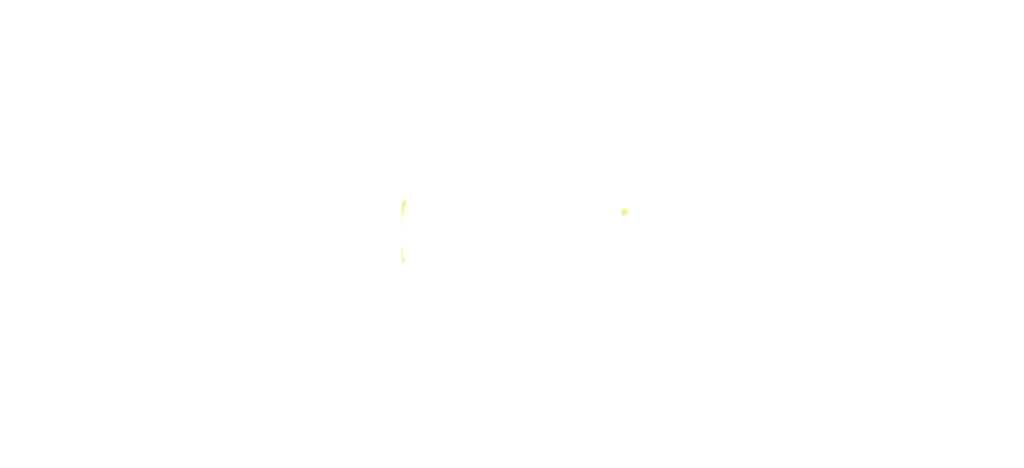
<source format=kicad_pcb>
(kicad_pcb (version 20240108) (generator pcbnew)
  (layers (0 "F.Cu" signal) (31 "B.Cu" signal) (34 "B.Paste" user) (35 "F.Paste" user) (36 "B.SilkS" user "B.Silkscreen") (37 "F.SilkS" user "F.Silkscreen") (38 "B.Mask" user) (39 "F.Mask" user) (44 "Edge.Cuts" user))
  (net 0 "")
  (footprint "MountingHole_5mm_Pad" (layer "F.Cu") (at 0 0)
    (property "Reference" "REF**")
    (property "Value" "MountingHole_5mm_Pad")
    (pad "1" thru_hole circle (at 0 0) (size 10 10) (drill 5) (layers *.Cu *.Mask) (remove_unused_layers))
  )
)
</source>
